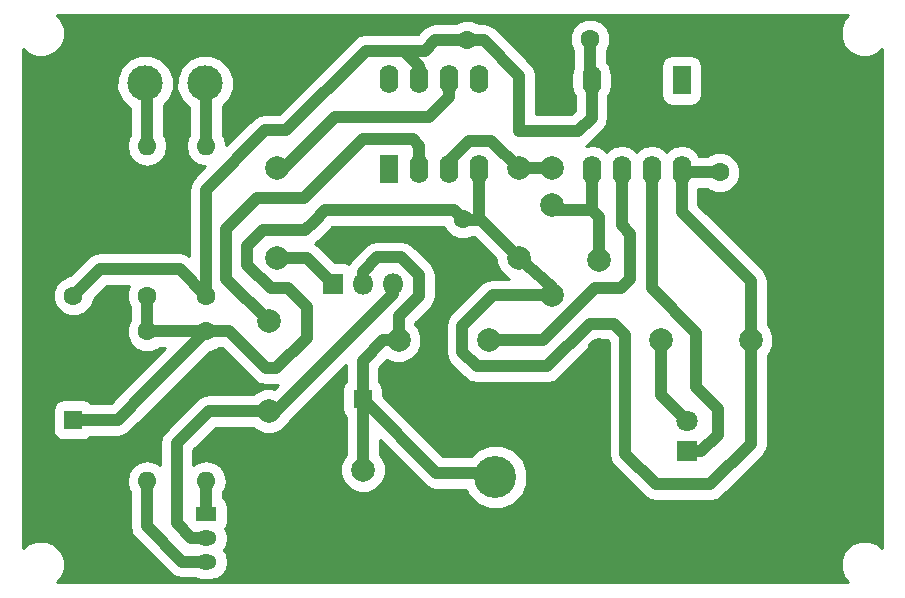
<source format=gbr>
G04 #@! TF.FileFunction,Copper,L2,Bot,Signal*
%FSLAX46Y46*%
G04 Gerber Fmt 4.6, Leading zero omitted, Abs format (unit mm)*
G04 Created by KiCad (PCBNEW 4.0.7-e2-6376~58~ubuntu14.04.1) date Wed Feb 28 20:45:52 2018*
%MOMM*%
%LPD*%
G01*
G04 APERTURE LIST*
%ADD10C,0.100000*%
%ADD11R,1.600000X1.600000*%
%ADD12C,1.600000*%
%ADD13C,3.810000*%
%ADD14C,3.556000*%
%ADD15C,1.998980*%
%ADD16R,1.600000X2.400000*%
%ADD17O,1.600000X2.400000*%
%ADD18R,3.000000X3.000000*%
%ADD19C,3.000000*%
%ADD20O,1.600000X1.600000*%
%ADD21R,1.800000X1.800000*%
%ADD22C,1.800000*%
%ADD23O,1.800000X1.800000*%
%ADD24R,1.800000X1.300000*%
%ADD25O,1.800000X1.300000*%
%ADD26C,1.000000*%
%ADD27C,0.254000*%
G04 APERTURE END LIST*
D10*
D11*
X5250000Y14750000D03*
D12*
X5250000Y17250000D03*
D11*
X5250000Y22750000D03*
D12*
X5250000Y25250000D03*
X38250000Y26750000D03*
X38250000Y31750000D03*
X43600000Y46900000D03*
X38600000Y46900000D03*
D11*
X29750000Y16500000D03*
D12*
X27250000Y16500000D03*
X54000000Y47000000D03*
X49000000Y47000000D03*
D13*
X34650000Y16250000D03*
D14*
X41000000Y9900000D03*
D13*
X47350000Y16250000D03*
X34650000Y3550000D03*
X47350000Y3550000D03*
D15*
X43000000Y28440000D03*
X43000000Y36060000D03*
X45800000Y36090000D03*
X45800000Y43710000D03*
X21800000Y15490000D03*
X21800000Y23110000D03*
X22500000Y28440000D03*
X22500000Y36060000D03*
X29800000Y10510000D03*
X29800000Y2890000D03*
X45800000Y25290000D03*
X45800000Y32910000D03*
X49800000Y28310000D03*
X49800000Y20690000D03*
X40410000Y21500000D03*
X32790000Y21500000D03*
X62610000Y21500000D03*
X54990000Y21500000D03*
D16*
X32000000Y36000000D03*
D17*
X39620000Y43620000D03*
X34540000Y36000000D03*
X37080000Y43620000D03*
X37080000Y36000000D03*
X34540000Y43620000D03*
X39620000Y36000000D03*
X32000000Y43620000D03*
D16*
X56750000Y43500000D03*
D17*
X49130000Y35880000D03*
X54210000Y43500000D03*
X51670000Y35880000D03*
X51670000Y43500000D03*
X54210000Y35880000D03*
X49130000Y43500000D03*
X56750000Y35880000D03*
D18*
X21500000Y43250000D03*
D19*
X16420000Y43250000D03*
X11340000Y43250000D03*
D12*
X16500000Y22250000D03*
D20*
X16500000Y9550000D03*
D12*
X11500000Y22250000D03*
D20*
X11500000Y9550000D03*
D12*
X16500000Y25250000D03*
D20*
X16500000Y37950000D03*
D12*
X11500000Y25250000D03*
D20*
X11500000Y37950000D03*
D21*
X57200000Y12100000D03*
D22*
X57200000Y14640000D03*
D21*
X27250000Y26250000D03*
D23*
X29790000Y26250000D03*
X32330000Y26250000D03*
D24*
X16500000Y6750000D03*
D25*
X16500000Y4750000D03*
X16500000Y2750000D03*
D12*
X60000000Y40700000D03*
X60000000Y35700000D03*
D26*
X49130000Y42130000D02*
X49130000Y40330000D01*
X38600000Y46900000D02*
X40000000Y46900000D01*
X40000000Y46900000D02*
X43000000Y43900000D01*
X43000000Y43900000D02*
X43000000Y42000000D01*
X43000000Y42000000D02*
X43000000Y39200000D01*
X49130000Y42130000D02*
X49130000Y43500000D01*
X43000000Y39200000D02*
X48000000Y39200000D01*
X49130000Y40330000D02*
X48000000Y39200000D01*
X35000000Y46000000D02*
X35900000Y46900000D01*
X35900000Y46900000D02*
X38600000Y46900000D01*
X49000000Y47000000D02*
X49000000Y43630000D01*
X49000000Y43630000D02*
X49130000Y43500000D01*
X33250000Y46000000D02*
X35000000Y46000000D01*
X35000000Y46000000D02*
X35000000Y46000000D01*
X5250000Y25250000D02*
X7500000Y27500000D01*
X8500000Y27500000D02*
X14250000Y27500000D01*
X14250000Y27500000D02*
X16500000Y25250000D01*
X7500000Y27500000D02*
X8500000Y27500000D01*
X34540000Y43620000D02*
X34540000Y44710000D01*
X34540000Y44710000D02*
X33250000Y46000000D01*
X33250000Y46000000D02*
X30000000Y46000000D01*
X30000000Y46000000D02*
X23250000Y39250000D01*
X23250000Y39250000D02*
X21500000Y39250000D01*
X21500000Y39250000D02*
X16500000Y34250000D01*
X16500000Y34250000D02*
X16500000Y25250000D01*
X20000000Y29500000D02*
X21300000Y30800000D01*
X20000000Y27900000D02*
X22000000Y25900000D01*
X22000000Y25900000D02*
X23400000Y25900000D01*
X23400000Y25900000D02*
X25000000Y24300000D01*
X25000000Y24300000D02*
X25000000Y21700000D01*
X25000000Y21700000D02*
X22400000Y19100000D01*
X22400000Y19100000D02*
X21600000Y19100000D01*
X21600000Y19100000D02*
X18450000Y22250000D01*
X16500000Y22250000D02*
X18450000Y22250000D01*
X37500000Y32500000D02*
X38250000Y31750000D01*
X20000000Y29500000D02*
X20000000Y28700000D01*
X26600000Y32500000D02*
X25600000Y31500000D01*
X37500000Y32500000D02*
X26600000Y32500000D01*
X20000000Y28700000D02*
X20000000Y27900000D01*
X24900000Y30800000D02*
X25600000Y31500000D01*
X21300000Y30800000D02*
X24900000Y30800000D01*
X52000000Y20100000D02*
X52000000Y11900000D01*
X62610000Y12710000D02*
X62610000Y21500000D01*
X59200000Y9300000D02*
X62610000Y12710000D01*
X54600000Y9300000D02*
X59200000Y9300000D01*
X52000000Y11900000D02*
X54600000Y9300000D01*
X45800000Y25290000D02*
X40790000Y25290000D01*
X52000000Y21900000D02*
X52000000Y20100000D01*
X52000000Y20100000D02*
X52000000Y19900000D01*
X51000000Y22900000D02*
X52000000Y21900000D01*
X49000000Y22900000D02*
X51000000Y22900000D01*
X45400000Y19300000D02*
X49000000Y22900000D01*
X39400000Y19300000D02*
X45400000Y19300000D01*
X38200000Y20500000D02*
X39400000Y19300000D01*
X38200000Y22700000D02*
X38200000Y20500000D01*
X40790000Y25290000D02*
X38200000Y22700000D01*
X43000000Y28440000D02*
X45800000Y26040000D01*
X45800000Y26040000D02*
X45800000Y25290000D01*
X39620000Y33120000D02*
X39620000Y31820000D01*
X39620000Y31820000D02*
X43000000Y28440000D01*
X38360000Y31640000D02*
X39800000Y31640000D01*
X39800000Y31640000D02*
X43000000Y28440000D01*
X38360000Y31640000D02*
X38250000Y31750000D01*
X39620000Y36000000D02*
X39620000Y33120000D01*
X62610000Y21500000D02*
X62610000Y26490000D01*
X56750000Y32350000D02*
X56750000Y35880000D01*
X62610000Y26490000D02*
X56750000Y32350000D01*
X60000000Y35700000D02*
X56930000Y35700000D01*
X56930000Y35700000D02*
X56750000Y35880000D01*
X56600000Y35730000D02*
X56750000Y35880000D01*
X16500000Y22250000D02*
X11500000Y17250000D01*
X9000000Y14750000D02*
X5250000Y14750000D01*
X9000000Y14750000D02*
X11500000Y17250000D01*
X16500000Y22250000D02*
X17000000Y22250000D01*
X11500000Y22250000D02*
X16500000Y22250000D01*
X11500000Y22250000D02*
X11500000Y25250000D01*
X29750000Y18460000D02*
X29750000Y19750000D01*
X31500000Y21500000D02*
X32790000Y21500000D01*
X29750000Y19750000D02*
X31500000Y21500000D01*
X32790000Y21500000D02*
X32790000Y23540000D01*
X32790000Y23540000D02*
X34500000Y25250000D01*
X34500000Y25250000D02*
X34500000Y27000000D01*
X34500000Y27000000D02*
X33000000Y28500000D01*
X33000000Y28500000D02*
X31000000Y28500000D01*
X31000000Y28500000D02*
X29790000Y27290000D01*
X29790000Y27290000D02*
X29790000Y26250000D01*
X29790000Y26250000D02*
X29790000Y26840000D01*
X29800000Y10510000D02*
X29800000Y16450000D01*
X29800000Y16450000D02*
X29750000Y16500000D01*
X29750000Y18460000D02*
X29750000Y16500000D01*
X29750000Y16500000D02*
X36000000Y10250000D01*
X36000000Y10250000D02*
X41000000Y10250000D01*
X29790000Y16540000D02*
X29750000Y16500000D01*
X54210000Y25890000D02*
X58000000Y22100000D01*
X54210000Y35880000D02*
X54210000Y25890000D01*
X58400000Y12100000D02*
X57200000Y12100000D01*
X59800000Y13500000D02*
X58400000Y12100000D01*
X59800000Y15700000D02*
X59800000Y13500000D01*
X58000000Y17500000D02*
X59800000Y15700000D01*
X58000000Y22100000D02*
X58000000Y17500000D01*
X57200000Y14640000D02*
X54990000Y16850000D01*
X54990000Y16850000D02*
X54990000Y21500000D01*
X54800000Y21310000D02*
X54990000Y21500000D01*
X16500000Y37950000D02*
X16500000Y43170000D01*
X16500000Y43170000D02*
X16420000Y43250000D01*
X11500000Y37950000D02*
X11500000Y43090000D01*
X11500000Y43090000D02*
X11340000Y43250000D01*
X16500000Y6750000D02*
X16500000Y9550000D01*
X23950000Y17050000D02*
X32330000Y25430000D01*
X32330000Y25430000D02*
X32330000Y26250000D01*
X14000000Y8250000D02*
X14000000Y6000000D01*
X21800000Y15490000D02*
X16740000Y15490000D01*
X14000000Y8250000D02*
X14000000Y12750000D01*
X14000000Y12750000D02*
X16740000Y15490000D01*
X15250000Y4750000D02*
X16500000Y4750000D01*
X14000000Y6000000D02*
X15250000Y4750000D01*
X24000000Y17100000D02*
X23950000Y17050000D01*
X23950000Y17050000D02*
X22390000Y15490000D01*
X22390000Y15490000D02*
X21800000Y15490000D01*
X23840000Y16940000D02*
X24000000Y17100000D01*
X11500000Y7750000D02*
X11500000Y5750000D01*
X14500000Y2750000D02*
X16500000Y2750000D01*
X11500000Y5750000D02*
X14500000Y2750000D01*
X11500000Y9550000D02*
X11500000Y7750000D01*
X11500000Y7750000D02*
X11500000Y7250000D01*
X22500000Y28440000D02*
X25060000Y28440000D01*
X25060000Y28440000D02*
X27250000Y26250000D01*
X27190000Y26190000D02*
X27250000Y26250000D01*
X37080000Y36000000D02*
X37080000Y36680000D01*
X37080000Y36680000D02*
X38800000Y38400000D01*
X40660000Y38400000D02*
X43000000Y36060000D01*
X38800000Y38400000D02*
X40660000Y38400000D01*
X45800000Y36090000D02*
X43030000Y36090000D01*
X43030000Y36090000D02*
X43000000Y36060000D01*
X37080000Y36000000D02*
X37080000Y36580000D01*
X24800000Y33500000D02*
X29800000Y38500000D01*
X18200000Y26710000D02*
X18200000Y28110000D01*
X20800000Y33500000D02*
X24800000Y33500000D01*
X18200000Y30900000D02*
X20800000Y33500000D01*
X18200000Y28110000D02*
X18200000Y30900000D01*
X21800000Y23110000D02*
X18200000Y26710000D01*
X29800000Y38500000D02*
X34000000Y38500000D01*
X34000000Y38500000D02*
X34540000Y37960000D01*
X34540000Y37960000D02*
X34540000Y36000000D01*
X36300000Y41300000D02*
X35400000Y40400000D01*
X35400000Y40400000D02*
X27400000Y40400000D01*
X22500000Y36060000D02*
X23060000Y36060000D01*
X23060000Y36060000D02*
X27400000Y40400000D01*
X36250000Y41250000D02*
X36300000Y41300000D01*
X36300000Y41300000D02*
X37080000Y42080000D01*
X37080000Y42080000D02*
X37080000Y43620000D01*
X45800000Y32910000D02*
X46210000Y32500000D01*
X46210000Y32500000D02*
X49200000Y32500000D01*
X49800000Y28310000D02*
X49800000Y31900000D01*
X49800000Y31900000D02*
X49200000Y32500000D01*
X49200000Y32500000D02*
X49190000Y32510000D01*
X49200000Y32510000D02*
X49190000Y32510000D01*
X49130000Y35880000D02*
X49130000Y32580000D01*
X49130000Y32580000D02*
X49200000Y32510000D01*
X43800000Y21500000D02*
X45000000Y21500000D01*
X40410000Y21500000D02*
X43800000Y21500000D01*
X49600000Y25900000D02*
X51600000Y25900000D01*
X51600000Y25900000D02*
X52400000Y26700000D01*
X52400000Y26700000D02*
X52400000Y27900000D01*
X51670000Y31230000D02*
X51670000Y35880000D01*
X52400000Y30500000D02*
X52400000Y27900000D01*
X51670000Y31230000D02*
X52400000Y30500000D01*
X49400000Y25900000D02*
X49600000Y25900000D01*
X45000000Y21500000D02*
X49400000Y25900000D01*
D27*
G36*
X70532595Y48649702D02*
X70223353Y47904964D01*
X70222649Y47098574D01*
X70530591Y46353297D01*
X71100298Y45782595D01*
X71845036Y45473353D01*
X72651426Y45472649D01*
X73396703Y45780591D01*
X73748000Y46131276D01*
X73748000Y3868499D01*
X73399702Y4217405D01*
X72654964Y4526647D01*
X71848574Y4527351D01*
X71103297Y4219409D01*
X70532595Y3649702D01*
X70223353Y2904964D01*
X70222649Y2098574D01*
X70530591Y1353297D01*
X70881276Y1002000D01*
X3868499Y1002000D01*
X4217405Y1350298D01*
X4526647Y2095036D01*
X4527351Y2901426D01*
X4219409Y3646703D01*
X3649702Y4217405D01*
X2904964Y4526647D01*
X2098574Y4527351D01*
X1353297Y4219409D01*
X1002000Y3868724D01*
X1002000Y15550000D01*
X3504839Y15550000D01*
X3504839Y13950000D01*
X3569478Y13606474D01*
X3772501Y13290967D01*
X4082279Y13079304D01*
X4450000Y13004839D01*
X6050000Y13004839D01*
X6393526Y13069478D01*
X6709033Y13272501D01*
X6743538Y13323000D01*
X9000000Y13323000D01*
X9546089Y13431624D01*
X10009041Y13740959D01*
X16790828Y20522746D01*
X16842014Y20522701D01*
X17476989Y20785067D01*
X17514988Y20823000D01*
X17858918Y20823000D01*
X20590959Y18090958D01*
X20998908Y17818376D01*
X21053911Y17781624D01*
X21600000Y17673000D01*
X22400000Y17673000D01*
X22593385Y17711467D01*
X22264863Y17382945D01*
X22184884Y17416155D01*
X21418479Y17416824D01*
X20710157Y17124151D01*
X20502644Y16917000D01*
X16740000Y16917000D01*
X16193911Y16808376D01*
X15730959Y16499041D01*
X12990959Y13759041D01*
X12681624Y13296089D01*
X12573000Y12750000D01*
X12573000Y10904013D01*
X12160894Y11179374D01*
X11500000Y11310834D01*
X10839106Y11179374D01*
X10278827Y10805007D01*
X9904460Y10244728D01*
X9773000Y9583834D01*
X9773000Y9516166D01*
X9904460Y8855272D01*
X10073000Y8603034D01*
X10073000Y5750000D01*
X10157936Y5323000D01*
X10181624Y5203911D01*
X10490959Y4740959D01*
X13490959Y1740958D01*
X13953911Y1431624D01*
X14500000Y1323000D01*
X15565880Y1323000D01*
X15610715Y1293042D01*
X16214207Y1173000D01*
X16785793Y1173000D01*
X17389285Y1293042D01*
X17900900Y1634893D01*
X18242751Y2146508D01*
X18362793Y2750000D01*
X18242751Y3353492D01*
X17977812Y3750000D01*
X18242751Y4146508D01*
X18362793Y4750000D01*
X18242751Y5353492D01*
X18128605Y5524323D01*
X18270696Y5732279D01*
X18345161Y6100000D01*
X18345161Y7400000D01*
X18280522Y7743526D01*
X18077499Y8059033D01*
X17927000Y8161865D01*
X17927000Y8603034D01*
X18095540Y8855272D01*
X18227000Y9516166D01*
X18227000Y9583834D01*
X18095540Y10244728D01*
X17721173Y10805007D01*
X17160894Y11179374D01*
X16500000Y11310834D01*
X15839106Y11179374D01*
X15427000Y10904013D01*
X15427000Y12158918D01*
X17331082Y14063000D01*
X20502418Y14063000D01*
X20707306Y13857754D01*
X21415116Y13563845D01*
X22181521Y13563176D01*
X22889843Y13855849D01*
X23432246Y14397306D01*
X23515226Y14597144D01*
X24959041Y16040959D01*
X25009042Y16090959D01*
X25009044Y16090962D01*
X28323000Y19404918D01*
X28323000Y17998112D01*
X28290967Y17977499D01*
X28079304Y17667721D01*
X28004839Y17300000D01*
X28004839Y15700000D01*
X28069478Y15356474D01*
X28272501Y15040967D01*
X28373000Y14972299D01*
X28373000Y11807582D01*
X28167754Y11602694D01*
X27873845Y10894884D01*
X27873176Y10128479D01*
X28165849Y9420157D01*
X28707306Y8877754D01*
X29415116Y8583845D01*
X30181521Y8583176D01*
X30889843Y8875849D01*
X31432246Y9417306D01*
X31726155Y10125116D01*
X31726824Y10891521D01*
X31434151Y11599843D01*
X31227000Y11807356D01*
X31227000Y13004918D01*
X34990959Y9240958D01*
X35249247Y9068376D01*
X35453911Y8931624D01*
X36000000Y8823000D01*
X38518194Y8823000D01*
X38705476Y8369742D01*
X39465740Y7608150D01*
X40459582Y7195471D01*
X41535697Y7194532D01*
X42530258Y7605476D01*
X43291850Y8365740D01*
X43704529Y9359582D01*
X43705468Y10435697D01*
X43294524Y11430258D01*
X42534260Y12191850D01*
X41540418Y12604529D01*
X40464303Y12605468D01*
X39469742Y12194524D01*
X38951314Y11677000D01*
X36591083Y11677000D01*
X31495161Y16772921D01*
X31495161Y17300000D01*
X31430522Y17643526D01*
X31227499Y17959033D01*
X31177000Y17993538D01*
X31177000Y19158918D01*
X31830521Y19812438D01*
X32405116Y19573845D01*
X33171521Y19573176D01*
X33879843Y19865849D01*
X34422246Y20407306D01*
X34716155Y21115116D01*
X34716824Y21881521D01*
X34424151Y22589843D01*
X34217000Y22797356D01*
X34217000Y22948918D01*
X35509041Y24240958D01*
X35818376Y24703910D01*
X35868627Y24956541D01*
X35927000Y25250000D01*
X35927000Y27000000D01*
X35829342Y27490959D01*
X35818376Y27546090D01*
X35509041Y28009042D01*
X34009041Y29509041D01*
X33546089Y29818376D01*
X33000000Y29927000D01*
X31000000Y29927000D01*
X30544512Y29836398D01*
X30453910Y29818376D01*
X29990958Y29509041D01*
X28780959Y28299041D01*
X28570760Y27984456D01*
X28517721Y28020696D01*
X28150000Y28095161D01*
X27422922Y28095161D01*
X26069041Y29449041D01*
X25733183Y29673454D01*
X25909041Y29790959D01*
X26609041Y30490958D01*
X26609043Y30490961D01*
X27191083Y31073000D01*
X36661114Y31073000D01*
X36785067Y30773011D01*
X37270456Y30286774D01*
X37904971Y30023300D01*
X38592014Y30022701D01*
X39052573Y30213000D01*
X39208918Y30213000D01*
X41073429Y28348488D01*
X41073176Y28058479D01*
X41365849Y27350157D01*
X41907306Y26807754D01*
X42125865Y26717000D01*
X40790000Y26717000D01*
X40243911Y26608376D01*
X39780959Y26299041D01*
X37190959Y23709041D01*
X36881624Y23246089D01*
X36773000Y22700000D01*
X36773000Y20500000D01*
X36857936Y20073000D01*
X36881624Y19953911D01*
X37190959Y19490959D01*
X38390958Y18290959D01*
X38853910Y17981624D01*
X38927431Y17967000D01*
X39400000Y17873000D01*
X45400000Y17873000D01*
X45946089Y17981624D01*
X46409041Y18290959D01*
X49591083Y21473000D01*
X50408918Y21473000D01*
X50573000Y21308917D01*
X50573000Y11900000D01*
X50665642Y11434260D01*
X50681624Y11353911D01*
X50990959Y10890959D01*
X53590958Y8290959D01*
X54053910Y7981624D01*
X54144512Y7963602D01*
X54600000Y7873000D01*
X59200000Y7873000D01*
X59746089Y7981624D01*
X60209041Y8290959D01*
X63619041Y11700958D01*
X63928376Y12163910D01*
X63946398Y12254512D01*
X64037000Y12710000D01*
X64037000Y20202418D01*
X64242246Y20407306D01*
X64536155Y21115116D01*
X64536824Y21881521D01*
X64244151Y22589843D01*
X64037000Y22797356D01*
X64037000Y26490000D01*
X63932969Y27013000D01*
X63928376Y27036090D01*
X63619041Y27499042D01*
X58177000Y32941082D01*
X58177000Y34273000D01*
X58984293Y34273000D01*
X59020456Y34236774D01*
X59654971Y33973300D01*
X60342014Y33972701D01*
X60976989Y34235067D01*
X61463226Y34720456D01*
X61726700Y35354971D01*
X61727299Y36042014D01*
X61464933Y36676989D01*
X60979544Y37163226D01*
X60345029Y37426700D01*
X59657986Y37427299D01*
X59023011Y37164933D01*
X58985012Y37127000D01*
X58249031Y37127000D01*
X57971173Y37542843D01*
X57410894Y37917210D01*
X56750000Y38048670D01*
X56089106Y37917210D01*
X55528827Y37542843D01*
X55480000Y37469768D01*
X55431173Y37542843D01*
X54870894Y37917210D01*
X54210000Y38048670D01*
X53549106Y37917210D01*
X52988827Y37542843D01*
X52940000Y37469768D01*
X52891173Y37542843D01*
X52330894Y37917210D01*
X51670000Y38048670D01*
X51009106Y37917210D01*
X50448827Y37542843D01*
X50400000Y37469768D01*
X50351173Y37542843D01*
X49790894Y37917210D01*
X49130000Y38048670D01*
X48654554Y37954098D01*
X49009041Y38190959D01*
X50139041Y39320958D01*
X50448376Y39783910D01*
X50477758Y39931624D01*
X50557000Y40330000D01*
X50557000Y42145198D01*
X50725540Y42397436D01*
X50857000Y43058330D01*
X50857000Y43941670D01*
X50725540Y44602564D01*
X50660436Y44700000D01*
X55004839Y44700000D01*
X55004839Y42300000D01*
X55069478Y41956474D01*
X55272501Y41640967D01*
X55582279Y41429304D01*
X55950000Y41354839D01*
X57550000Y41354839D01*
X57893526Y41419478D01*
X58209033Y41622501D01*
X58420696Y41932279D01*
X58495161Y42300000D01*
X58495161Y44700000D01*
X58430522Y45043526D01*
X58227499Y45359033D01*
X57917721Y45570696D01*
X57550000Y45645161D01*
X55950000Y45645161D01*
X55606474Y45580522D01*
X55290967Y45377499D01*
X55079304Y45067721D01*
X55004839Y44700000D01*
X50660436Y44700000D01*
X50427000Y45049360D01*
X50427000Y45984293D01*
X50463226Y46020456D01*
X50726700Y46654971D01*
X50727299Y47342014D01*
X50464933Y47976989D01*
X49979544Y48463226D01*
X49345029Y48726700D01*
X48657986Y48727299D01*
X48023011Y48464933D01*
X47536774Y47979544D01*
X47273300Y47345029D01*
X47272701Y46657986D01*
X47535067Y46023011D01*
X47573000Y45985012D01*
X47573000Y44660243D01*
X47534460Y44602564D01*
X47403000Y43941670D01*
X47403000Y43058330D01*
X47534460Y42397436D01*
X47703000Y42145198D01*
X47703000Y40921083D01*
X47408918Y40627000D01*
X44427000Y40627000D01*
X44427000Y43900000D01*
X44318376Y44446089D01*
X44270995Y44517000D01*
X44009042Y44909041D01*
X41009041Y47909041D01*
X40546089Y48218376D01*
X40000000Y48327000D01*
X39615707Y48327000D01*
X39579544Y48363226D01*
X38945029Y48626700D01*
X38257986Y48627299D01*
X37623011Y48364933D01*
X37585012Y48327000D01*
X35900000Y48327000D01*
X35502841Y48248000D01*
X35353910Y48218376D01*
X34890958Y47909041D01*
X34408918Y47427000D01*
X30000000Y47427000D01*
X29453911Y47318376D01*
X28990959Y47009042D01*
X22658918Y40677000D01*
X21500000Y40677000D01*
X20953911Y40568376D01*
X20490959Y40259042D01*
X18225134Y37993216D01*
X18095540Y38644728D01*
X17927000Y38896966D01*
X17927000Y41325067D01*
X18476311Y41873420D01*
X18846578Y42765122D01*
X18847421Y43730642D01*
X18478710Y44622989D01*
X17796580Y45306311D01*
X16904878Y45676578D01*
X15939358Y45677421D01*
X15047011Y45308710D01*
X14363689Y44626580D01*
X13993422Y43734878D01*
X13992579Y42769358D01*
X14361290Y41877011D01*
X15043420Y41193689D01*
X15073000Y41181406D01*
X15073000Y38896966D01*
X14904460Y38644728D01*
X14773000Y37983834D01*
X14773000Y37916166D01*
X14904460Y37255272D01*
X15278827Y36694993D01*
X15839106Y36320626D01*
X16434177Y36202259D01*
X15490959Y35259041D01*
X15181624Y34796089D01*
X15073000Y34250000D01*
X15073000Y28633350D01*
X14796089Y28818376D01*
X14763371Y28824884D01*
X14250000Y28927000D01*
X7500000Y28927000D01*
X6953911Y28818376D01*
X6490959Y28509042D01*
X4959172Y26977254D01*
X4907986Y26977299D01*
X4273011Y26714933D01*
X3786774Y26229544D01*
X3523300Y25595029D01*
X3522701Y24907986D01*
X3785067Y24273011D01*
X4270456Y23786774D01*
X4904971Y23523300D01*
X5592014Y23522701D01*
X6226989Y23785067D01*
X6713226Y24270456D01*
X6976700Y24904971D01*
X6976747Y24958664D01*
X8091083Y26073000D01*
X9971771Y26073000D01*
X9773300Y25595029D01*
X9772701Y24907986D01*
X10035067Y24273011D01*
X10073000Y24235012D01*
X10073000Y23265707D01*
X10036774Y23229544D01*
X9773300Y22595029D01*
X9772701Y21907986D01*
X10035067Y21273011D01*
X10520456Y20786774D01*
X11154971Y20523300D01*
X11842014Y20522701D01*
X12476989Y20785067D01*
X12514988Y20823000D01*
X13054917Y20823000D01*
X10490959Y18259041D01*
X8408918Y16177000D01*
X6748112Y16177000D01*
X6727499Y16209033D01*
X6417721Y16420696D01*
X6050000Y16495161D01*
X4450000Y16495161D01*
X4106474Y16430522D01*
X3790967Y16227499D01*
X3579304Y15917721D01*
X3504839Y15550000D01*
X1002000Y15550000D01*
X1002000Y42769358D01*
X8912579Y42769358D01*
X9281290Y41877011D01*
X9963420Y41193689D01*
X10073000Y41148187D01*
X10073000Y38896966D01*
X9904460Y38644728D01*
X9773000Y37983834D01*
X9773000Y37916166D01*
X9904460Y37255272D01*
X10278827Y36694993D01*
X10839106Y36320626D01*
X11500000Y36189166D01*
X12160894Y36320626D01*
X12721173Y36694993D01*
X13095540Y37255272D01*
X13227000Y37916166D01*
X13227000Y37983834D01*
X13095540Y38644728D01*
X12927000Y38896966D01*
X12927000Y41404928D01*
X13396311Y41873420D01*
X13766578Y42765122D01*
X13767421Y43730642D01*
X13398710Y44622989D01*
X12716580Y45306311D01*
X11824878Y45676578D01*
X10859358Y45677421D01*
X9967011Y45308710D01*
X9283689Y44626580D01*
X8913422Y43734878D01*
X8912579Y42769358D01*
X1002000Y42769358D01*
X1002000Y46131501D01*
X1350298Y45782595D01*
X2095036Y45473353D01*
X2901426Y45472649D01*
X3646703Y45780591D01*
X4217405Y46350298D01*
X4526647Y47095036D01*
X4527351Y47901426D01*
X4219409Y48646703D01*
X3868724Y48998000D01*
X70881501Y48998000D01*
X70532595Y48649702D01*
X70532595Y48649702D01*
G37*
X70532595Y48649702D02*
X70223353Y47904964D01*
X70222649Y47098574D01*
X70530591Y46353297D01*
X71100298Y45782595D01*
X71845036Y45473353D01*
X72651426Y45472649D01*
X73396703Y45780591D01*
X73748000Y46131276D01*
X73748000Y3868499D01*
X73399702Y4217405D01*
X72654964Y4526647D01*
X71848574Y4527351D01*
X71103297Y4219409D01*
X70532595Y3649702D01*
X70223353Y2904964D01*
X70222649Y2098574D01*
X70530591Y1353297D01*
X70881276Y1002000D01*
X3868499Y1002000D01*
X4217405Y1350298D01*
X4526647Y2095036D01*
X4527351Y2901426D01*
X4219409Y3646703D01*
X3649702Y4217405D01*
X2904964Y4526647D01*
X2098574Y4527351D01*
X1353297Y4219409D01*
X1002000Y3868724D01*
X1002000Y15550000D01*
X3504839Y15550000D01*
X3504839Y13950000D01*
X3569478Y13606474D01*
X3772501Y13290967D01*
X4082279Y13079304D01*
X4450000Y13004839D01*
X6050000Y13004839D01*
X6393526Y13069478D01*
X6709033Y13272501D01*
X6743538Y13323000D01*
X9000000Y13323000D01*
X9546089Y13431624D01*
X10009041Y13740959D01*
X16790828Y20522746D01*
X16842014Y20522701D01*
X17476989Y20785067D01*
X17514988Y20823000D01*
X17858918Y20823000D01*
X20590959Y18090958D01*
X20998908Y17818376D01*
X21053911Y17781624D01*
X21600000Y17673000D01*
X22400000Y17673000D01*
X22593385Y17711467D01*
X22264863Y17382945D01*
X22184884Y17416155D01*
X21418479Y17416824D01*
X20710157Y17124151D01*
X20502644Y16917000D01*
X16740000Y16917000D01*
X16193911Y16808376D01*
X15730959Y16499041D01*
X12990959Y13759041D01*
X12681624Y13296089D01*
X12573000Y12750000D01*
X12573000Y10904013D01*
X12160894Y11179374D01*
X11500000Y11310834D01*
X10839106Y11179374D01*
X10278827Y10805007D01*
X9904460Y10244728D01*
X9773000Y9583834D01*
X9773000Y9516166D01*
X9904460Y8855272D01*
X10073000Y8603034D01*
X10073000Y5750000D01*
X10157936Y5323000D01*
X10181624Y5203911D01*
X10490959Y4740959D01*
X13490959Y1740958D01*
X13953911Y1431624D01*
X14500000Y1323000D01*
X15565880Y1323000D01*
X15610715Y1293042D01*
X16214207Y1173000D01*
X16785793Y1173000D01*
X17389285Y1293042D01*
X17900900Y1634893D01*
X18242751Y2146508D01*
X18362793Y2750000D01*
X18242751Y3353492D01*
X17977812Y3750000D01*
X18242751Y4146508D01*
X18362793Y4750000D01*
X18242751Y5353492D01*
X18128605Y5524323D01*
X18270696Y5732279D01*
X18345161Y6100000D01*
X18345161Y7400000D01*
X18280522Y7743526D01*
X18077499Y8059033D01*
X17927000Y8161865D01*
X17927000Y8603034D01*
X18095540Y8855272D01*
X18227000Y9516166D01*
X18227000Y9583834D01*
X18095540Y10244728D01*
X17721173Y10805007D01*
X17160894Y11179374D01*
X16500000Y11310834D01*
X15839106Y11179374D01*
X15427000Y10904013D01*
X15427000Y12158918D01*
X17331082Y14063000D01*
X20502418Y14063000D01*
X20707306Y13857754D01*
X21415116Y13563845D01*
X22181521Y13563176D01*
X22889843Y13855849D01*
X23432246Y14397306D01*
X23515226Y14597144D01*
X24959041Y16040959D01*
X25009042Y16090959D01*
X25009044Y16090962D01*
X28323000Y19404918D01*
X28323000Y17998112D01*
X28290967Y17977499D01*
X28079304Y17667721D01*
X28004839Y17300000D01*
X28004839Y15700000D01*
X28069478Y15356474D01*
X28272501Y15040967D01*
X28373000Y14972299D01*
X28373000Y11807582D01*
X28167754Y11602694D01*
X27873845Y10894884D01*
X27873176Y10128479D01*
X28165849Y9420157D01*
X28707306Y8877754D01*
X29415116Y8583845D01*
X30181521Y8583176D01*
X30889843Y8875849D01*
X31432246Y9417306D01*
X31726155Y10125116D01*
X31726824Y10891521D01*
X31434151Y11599843D01*
X31227000Y11807356D01*
X31227000Y13004918D01*
X34990959Y9240958D01*
X35249247Y9068376D01*
X35453911Y8931624D01*
X36000000Y8823000D01*
X38518194Y8823000D01*
X38705476Y8369742D01*
X39465740Y7608150D01*
X40459582Y7195471D01*
X41535697Y7194532D01*
X42530258Y7605476D01*
X43291850Y8365740D01*
X43704529Y9359582D01*
X43705468Y10435697D01*
X43294524Y11430258D01*
X42534260Y12191850D01*
X41540418Y12604529D01*
X40464303Y12605468D01*
X39469742Y12194524D01*
X38951314Y11677000D01*
X36591083Y11677000D01*
X31495161Y16772921D01*
X31495161Y17300000D01*
X31430522Y17643526D01*
X31227499Y17959033D01*
X31177000Y17993538D01*
X31177000Y19158918D01*
X31830521Y19812438D01*
X32405116Y19573845D01*
X33171521Y19573176D01*
X33879843Y19865849D01*
X34422246Y20407306D01*
X34716155Y21115116D01*
X34716824Y21881521D01*
X34424151Y22589843D01*
X34217000Y22797356D01*
X34217000Y22948918D01*
X35509041Y24240958D01*
X35818376Y24703910D01*
X35868627Y24956541D01*
X35927000Y25250000D01*
X35927000Y27000000D01*
X35829342Y27490959D01*
X35818376Y27546090D01*
X35509041Y28009042D01*
X34009041Y29509041D01*
X33546089Y29818376D01*
X33000000Y29927000D01*
X31000000Y29927000D01*
X30544512Y29836398D01*
X30453910Y29818376D01*
X29990958Y29509041D01*
X28780959Y28299041D01*
X28570760Y27984456D01*
X28517721Y28020696D01*
X28150000Y28095161D01*
X27422922Y28095161D01*
X26069041Y29449041D01*
X25733183Y29673454D01*
X25909041Y29790959D01*
X26609041Y30490958D01*
X26609043Y30490961D01*
X27191083Y31073000D01*
X36661114Y31073000D01*
X36785067Y30773011D01*
X37270456Y30286774D01*
X37904971Y30023300D01*
X38592014Y30022701D01*
X39052573Y30213000D01*
X39208918Y30213000D01*
X41073429Y28348488D01*
X41073176Y28058479D01*
X41365849Y27350157D01*
X41907306Y26807754D01*
X42125865Y26717000D01*
X40790000Y26717000D01*
X40243911Y26608376D01*
X39780959Y26299041D01*
X37190959Y23709041D01*
X36881624Y23246089D01*
X36773000Y22700000D01*
X36773000Y20500000D01*
X36857936Y20073000D01*
X36881624Y19953911D01*
X37190959Y19490959D01*
X38390958Y18290959D01*
X38853910Y17981624D01*
X38927431Y17967000D01*
X39400000Y17873000D01*
X45400000Y17873000D01*
X45946089Y17981624D01*
X46409041Y18290959D01*
X49591083Y21473000D01*
X50408918Y21473000D01*
X50573000Y21308917D01*
X50573000Y11900000D01*
X50665642Y11434260D01*
X50681624Y11353911D01*
X50990959Y10890959D01*
X53590958Y8290959D01*
X54053910Y7981624D01*
X54144512Y7963602D01*
X54600000Y7873000D01*
X59200000Y7873000D01*
X59746089Y7981624D01*
X60209041Y8290959D01*
X63619041Y11700958D01*
X63928376Y12163910D01*
X63946398Y12254512D01*
X64037000Y12710000D01*
X64037000Y20202418D01*
X64242246Y20407306D01*
X64536155Y21115116D01*
X64536824Y21881521D01*
X64244151Y22589843D01*
X64037000Y22797356D01*
X64037000Y26490000D01*
X63932969Y27013000D01*
X63928376Y27036090D01*
X63619041Y27499042D01*
X58177000Y32941082D01*
X58177000Y34273000D01*
X58984293Y34273000D01*
X59020456Y34236774D01*
X59654971Y33973300D01*
X60342014Y33972701D01*
X60976989Y34235067D01*
X61463226Y34720456D01*
X61726700Y35354971D01*
X61727299Y36042014D01*
X61464933Y36676989D01*
X60979544Y37163226D01*
X60345029Y37426700D01*
X59657986Y37427299D01*
X59023011Y37164933D01*
X58985012Y37127000D01*
X58249031Y37127000D01*
X57971173Y37542843D01*
X57410894Y37917210D01*
X56750000Y38048670D01*
X56089106Y37917210D01*
X55528827Y37542843D01*
X55480000Y37469768D01*
X55431173Y37542843D01*
X54870894Y37917210D01*
X54210000Y38048670D01*
X53549106Y37917210D01*
X52988827Y37542843D01*
X52940000Y37469768D01*
X52891173Y37542843D01*
X52330894Y37917210D01*
X51670000Y38048670D01*
X51009106Y37917210D01*
X50448827Y37542843D01*
X50400000Y37469768D01*
X50351173Y37542843D01*
X49790894Y37917210D01*
X49130000Y38048670D01*
X48654554Y37954098D01*
X49009041Y38190959D01*
X50139041Y39320958D01*
X50448376Y39783910D01*
X50477758Y39931624D01*
X50557000Y40330000D01*
X50557000Y42145198D01*
X50725540Y42397436D01*
X50857000Y43058330D01*
X50857000Y43941670D01*
X50725540Y44602564D01*
X50660436Y44700000D01*
X55004839Y44700000D01*
X55004839Y42300000D01*
X55069478Y41956474D01*
X55272501Y41640967D01*
X55582279Y41429304D01*
X55950000Y41354839D01*
X57550000Y41354839D01*
X57893526Y41419478D01*
X58209033Y41622501D01*
X58420696Y41932279D01*
X58495161Y42300000D01*
X58495161Y44700000D01*
X58430522Y45043526D01*
X58227499Y45359033D01*
X57917721Y45570696D01*
X57550000Y45645161D01*
X55950000Y45645161D01*
X55606474Y45580522D01*
X55290967Y45377499D01*
X55079304Y45067721D01*
X55004839Y44700000D01*
X50660436Y44700000D01*
X50427000Y45049360D01*
X50427000Y45984293D01*
X50463226Y46020456D01*
X50726700Y46654971D01*
X50727299Y47342014D01*
X50464933Y47976989D01*
X49979544Y48463226D01*
X49345029Y48726700D01*
X48657986Y48727299D01*
X48023011Y48464933D01*
X47536774Y47979544D01*
X47273300Y47345029D01*
X47272701Y46657986D01*
X47535067Y46023011D01*
X47573000Y45985012D01*
X47573000Y44660243D01*
X47534460Y44602564D01*
X47403000Y43941670D01*
X47403000Y43058330D01*
X47534460Y42397436D01*
X47703000Y42145198D01*
X47703000Y40921083D01*
X47408918Y40627000D01*
X44427000Y40627000D01*
X44427000Y43900000D01*
X44318376Y44446089D01*
X44270995Y44517000D01*
X44009042Y44909041D01*
X41009041Y47909041D01*
X40546089Y48218376D01*
X40000000Y48327000D01*
X39615707Y48327000D01*
X39579544Y48363226D01*
X38945029Y48626700D01*
X38257986Y48627299D01*
X37623011Y48364933D01*
X37585012Y48327000D01*
X35900000Y48327000D01*
X35502841Y48248000D01*
X35353910Y48218376D01*
X34890958Y47909041D01*
X34408918Y47427000D01*
X30000000Y47427000D01*
X29453911Y47318376D01*
X28990959Y47009042D01*
X22658918Y40677000D01*
X21500000Y40677000D01*
X20953911Y40568376D01*
X20490959Y40259042D01*
X18225134Y37993216D01*
X18095540Y38644728D01*
X17927000Y38896966D01*
X17927000Y41325067D01*
X18476311Y41873420D01*
X18846578Y42765122D01*
X18847421Y43730642D01*
X18478710Y44622989D01*
X17796580Y45306311D01*
X16904878Y45676578D01*
X15939358Y45677421D01*
X15047011Y45308710D01*
X14363689Y44626580D01*
X13993422Y43734878D01*
X13992579Y42769358D01*
X14361290Y41877011D01*
X15043420Y41193689D01*
X15073000Y41181406D01*
X15073000Y38896966D01*
X14904460Y38644728D01*
X14773000Y37983834D01*
X14773000Y37916166D01*
X14904460Y37255272D01*
X15278827Y36694993D01*
X15839106Y36320626D01*
X16434177Y36202259D01*
X15490959Y35259041D01*
X15181624Y34796089D01*
X15073000Y34250000D01*
X15073000Y28633350D01*
X14796089Y28818376D01*
X14763371Y28824884D01*
X14250000Y28927000D01*
X7500000Y28927000D01*
X6953911Y28818376D01*
X6490959Y28509042D01*
X4959172Y26977254D01*
X4907986Y26977299D01*
X4273011Y26714933D01*
X3786774Y26229544D01*
X3523300Y25595029D01*
X3522701Y24907986D01*
X3785067Y24273011D01*
X4270456Y23786774D01*
X4904971Y23523300D01*
X5592014Y23522701D01*
X6226989Y23785067D01*
X6713226Y24270456D01*
X6976700Y24904971D01*
X6976747Y24958664D01*
X8091083Y26073000D01*
X9971771Y26073000D01*
X9773300Y25595029D01*
X9772701Y24907986D01*
X10035067Y24273011D01*
X10073000Y24235012D01*
X10073000Y23265707D01*
X10036774Y23229544D01*
X9773300Y22595029D01*
X9772701Y21907986D01*
X10035067Y21273011D01*
X10520456Y20786774D01*
X11154971Y20523300D01*
X11842014Y20522701D01*
X12476989Y20785067D01*
X12514988Y20823000D01*
X13054917Y20823000D01*
X10490959Y18259041D01*
X8408918Y16177000D01*
X6748112Y16177000D01*
X6727499Y16209033D01*
X6417721Y16420696D01*
X6050000Y16495161D01*
X4450000Y16495161D01*
X4106474Y16430522D01*
X3790967Y16227499D01*
X3579304Y15917721D01*
X3504839Y15550000D01*
X1002000Y15550000D01*
X1002000Y42769358D01*
X8912579Y42769358D01*
X9281290Y41877011D01*
X9963420Y41193689D01*
X10073000Y41148187D01*
X10073000Y38896966D01*
X9904460Y38644728D01*
X9773000Y37983834D01*
X9773000Y37916166D01*
X9904460Y37255272D01*
X10278827Y36694993D01*
X10839106Y36320626D01*
X11500000Y36189166D01*
X12160894Y36320626D01*
X12721173Y36694993D01*
X13095540Y37255272D01*
X13227000Y37916166D01*
X13227000Y37983834D01*
X13095540Y38644728D01*
X12927000Y38896966D01*
X12927000Y41404928D01*
X13396311Y41873420D01*
X13766578Y42765122D01*
X13767421Y43730642D01*
X13398710Y44622989D01*
X12716580Y45306311D01*
X11824878Y45676578D01*
X10859358Y45677421D01*
X9967011Y45308710D01*
X9283689Y44626580D01*
X8913422Y43734878D01*
X8912579Y42769358D01*
X1002000Y42769358D01*
X1002000Y46131501D01*
X1350298Y45782595D01*
X2095036Y45473353D01*
X2901426Y45472649D01*
X3646703Y45780591D01*
X4217405Y46350298D01*
X4526647Y47095036D01*
X4527351Y47901426D01*
X4219409Y48646703D01*
X3868724Y48998000D01*
X70881501Y48998000D01*
X70532595Y48649702D01*
M02*

</source>
